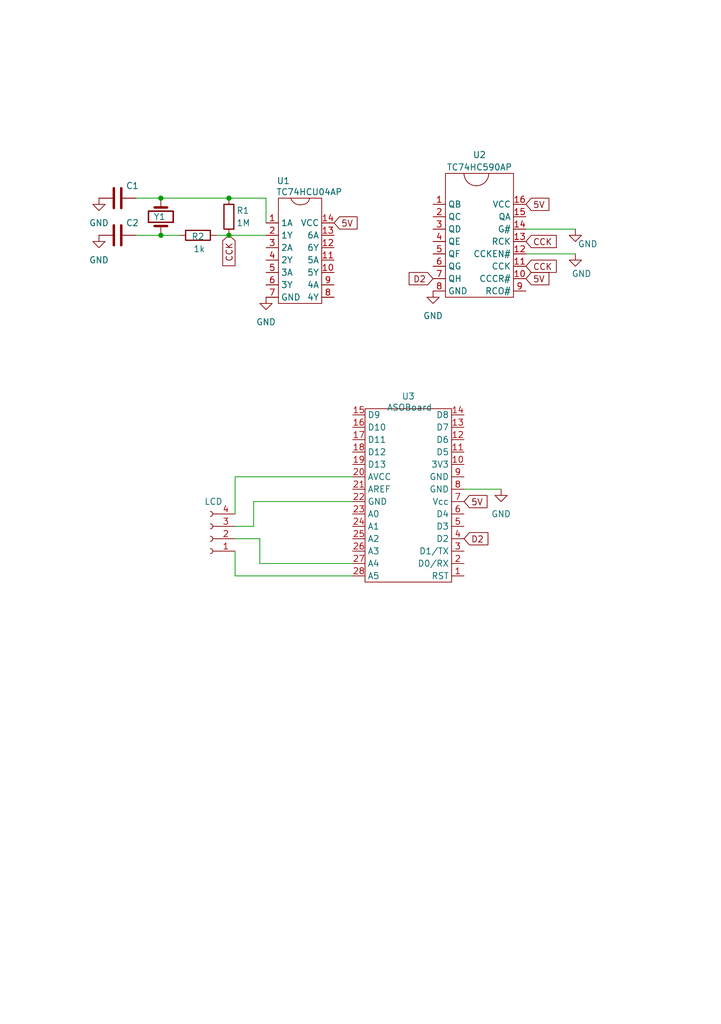
<source format=kicad_sch>
(kicad_sch (version 20231120) (generator "eeschema") (generator_version "8.0")
  (paper "A5" portrait)
  (lib_symbols
    (symbol "0Ore:ASOBoard"
      (property "Reference" "U1" (at 0 40.64 0))
      (symbol "ASOBoard_0_1"
        (rectangle (start -8.89 2.54) (end 8.89 38.1))
      )
      (symbol "ASOBoard_1_1"
        (pin input line (at 11.43 3.81 180) (length 2.54) (name "RST") (number "1"))
        (pin input line (at 11.43 26.67 180) (length 2.54) (name "3V3") (number "10"))
        (pin output line (at 11.43 29.21 180) (length 2.54) (name "D5") (number "11"))
        (pin output line (at 11.43 31.75 180) (length 2.54) (name "D6") (number "12"))
        (pin output line (at 11.43 34.29 180) (length 2.54) (name "D7") (number "13"))
        (pin output line (at 11.43 36.83 180) (length 2.54) (name "D8") (number "14"))
        (pin output line (at -11.43 36.83 0) (length 2.54) (name "D9") (number "15"))
        (pin output line (at -11.43 34.29 0) (length 2.54) (name "D10") (number "16"))
        (pin unspecified line (at -11.43 31.75 0) (length 2.54) (name "D11") (number "17"))
        (pin unspecified line (at -11.43 29.21 0) (length 2.54) (name "D12") (number "18"))
        (pin unspecified line (at -11.43 26.67 0) (length 2.54) (name "D13") (number "19"))
        (pin output line (at 11.43 6.35 180) (length 2.54) (name "D0/RX") (number "2"))
        (pin unspecified line (at -11.43 24.13 0) (length 2.54) (name "AVCC") (number "20"))
        (pin unspecified line (at -11.43 21.59 0) (length 2.54) (name "AREF") (number "21"))
        (pin unspecified line (at -11.43 19.05 0) (length 2.54) (name "GND") (number "22"))
        (pin unspecified line (at -11.43 16.51 0) (length 2.54) (name "A0") (number "23"))
        (pin unspecified line (at -11.43 13.97 0) (length 2.54) (name "A1") (number "24"))
        (pin unspecified line (at -11.43 11.43 0) (length 2.54) (name "A2") (number "25"))
        (pin unspecified line (at -11.43 8.89 0) (length 2.54) (name "A3") (number "26"))
        (pin unspecified line (at -11.43 6.35 0) (length 2.54) (name "A4") (number "27"))
        (pin unspecified line (at -11.43 3.81 0) (length 2.54) (name "A5") (number "28"))
        (pin output line (at 11.43 8.89 180) (length 2.54) (name "D1/TX") (number "3"))
        (pin output line (at 11.43 11.43 180) (length 2.54) (name "D2") (number "4"))
        (pin output line (at 11.43 13.97 180) (length 2.54) (name "D3") (number "5"))
        (pin output line (at 11.43 16.51 180) (length 2.54) (name "D4") (number "6"))
        (pin power_in line (at 11.43 19.05 180) (length 2.54) (name "Vcc") (number "7"))
        (pin power_out line (at 11.43 21.59 180) (length 2.54) (name "GND") (number "8"))
        (pin input line (at 11.43 24.13 180) (length 2.54) (name "GND") (number "9"))
      )
    )
    (symbol "0Ore:TC74HC590AP"
      (property "Reference" "U" (at -13.97 0 0))
      (symbol "TC74HC590AP_0_1"
        (rectangle (start -19.05 1.27) (end -5.08 26.67))
        (arc (start -15.24 26.67) (mid -14.4961 24.8739) (end -12.7 24.13))
        (arc (start -12.7 24.13) (mid -10.9039 24.8739) (end -10.16 26.67))
      )
      (symbol "TC74HC590AP_1_1"
        (pin output line (at -21.59 20.32 0) (length 2.54) (name "QB") (number "1"))
        (pin input line (at -2.54 5.08 180) (length 2.54) (name "CCCR#") (number "10"))
        (pin input line (at -2.54 7.62 180) (length 2.54) (name "CCK") (number "11"))
        (pin input line (at -2.54 10.16 180) (length 2.54) (name "CCKEN#") (number "12"))
        (pin input line (at -2.54 12.7 180) (length 2.54) (name "RCK") (number "13"))
        (pin input line (at -2.54 15.24 180) (length 2.54) (name "G#") (number "14"))
        (pin output line (at -2.54 17.78 180) (length 2.54) (name "QA") (number "15"))
        (pin power_in line (at -2.54 20.32 180) (length 2.54) (name "VCC") (number "16"))
        (pin output line (at -21.59 17.78 0) (length 2.54) (name "QC") (number "2"))
        (pin output line (at -21.59 15.24 0) (length 2.54) (name "QD") (number "3"))
        (pin output line (at -21.59 12.7 0) (length 2.54) (name "QE") (number "4"))
        (pin output line (at -21.59 10.16 0) (length 2.54) (name "QF") (number "5"))
        (pin output line (at -21.59 7.62 0) (length 2.54) (name "QG") (number "6"))
        (pin output line (at -21.59 5.08 0) (length 2.54) (name "QH") (number "7"))
        (pin power_out line (at -21.59 2.54 0) (length 2.54) (name "GND") (number "8"))
        (pin output line (at -2.54 2.54 180) (length 2.54) (name "RCO#") (number "9"))
      )
    )
    (symbol "0Ore:TC74HCU04AP"
      (property "Reference" "U" (at 0 0 0))
      (symbol "TC74HCU04AP_0_1"
        (rectangle (start -5.08 24.13) (end 3.81 2.54))
        (arc (start -2.54 24.13) (mid -1.533 22.9689) (end 0 22.86))
        (arc (start 0 22.86) (mid 0.898 23.232) (end 1.27 24.13))
      )
      (symbol "TC74HCU04AP_1_1"
        (pin input line (at -7.62 19.05 0) (length 2.54) (name "1A") (number "1"))
        (pin output line (at 6.35 8.89 180) (length 2.54) (name "5Y") (number "10"))
        (pin input line (at 6.35 11.43 180) (length 2.54) (name "5A") (number "11"))
        (pin output line (at 6.35 13.97 180) (length 2.54) (name "6Y") (number "12"))
        (pin input line (at 6.35 16.51 180) (length 2.54) (name "6A") (number "13"))
        (pin power_in line (at 6.35 19.05 180) (length 2.54) (name "VCC") (number "14"))
        (pin output line (at -7.62 16.51 0) (length 2.54) (name "1Y") (number "2"))
        (pin input line (at -7.62 13.97 0) (length 2.54) (name "2A") (number "3"))
        (pin output line (at -7.62 11.43 0) (length 2.54) (name "2Y") (number "4"))
        (pin input line (at -7.62 8.89 0) (length 2.54) (name "3A") (number "5"))
        (pin output line (at -7.62 6.35 0) (length 2.54) (name "3Y") (number "6"))
        (pin power_out line (at -7.62 3.81 0) (length 2.54) (name "GND") (number "7"))
        (pin output line (at 6.35 3.81 180) (length 2.54) (name "4Y") (number "8"))
        (pin input line (at 6.35 6.35 180) (length 2.54) (name "4A") (number "9"))
      )
    )
    (symbol "Connector:Conn_01x04_Socket" (pin_names (offset 1.016) hide)
      (property "Reference" "J" (at 0 5.08 0))
      (property "Value" "Conn_01x04_Socket" (at 0 -7.62 0))
      (symbol "Conn_01x04_Socket_1_1"
        (arc (start 0 -4.572) (mid -0.5058 -5.08) (end 0 -5.588) (stroke (width 0.1524)))
        (arc (start 0 -2.032) (mid -0.5058 -2.54) (end 0 -3.048) (stroke (width 0.1524)))
        (polyline (pts (xy -1.27 -5.08) (xy -0.508 -5.08)) (stroke (width 0.1524)))
        (polyline (pts (xy -1.27 -2.54) (xy -0.508 -2.54)) (stroke (width 0.1524)))
        (polyline (pts (xy -1.27 0) (xy -0.508 0)) (stroke (width 0.1524)))
        (polyline (pts (xy -1.27 2.54) (xy -0.508 2.54)) (stroke (width 0.1524)))
        (arc (start 0 0.508) (mid -0.5058 0) (end 0 -0.508) (stroke (width 0.1524)))
        (arc (start 0 3.048) (mid -0.5058 2.54) (end 0 2.032) (stroke (width 0.1524)))
        (pin passive line (at -5.08 2.54 0) (length 3.81) (name "Pin_1") (number "1"))
        (pin passive line (at -5.08 0 0) (length 3.81) (name "Pin_2") (number "2"))
        (pin passive line (at -5.08 -2.54 0) (length 3.81) (name "Pin_3") (number "3"))
        (pin passive line (at -5.08 -5.08 0) (length 3.81) (name "Pin_4") (number "4"))
      )
    )
    (symbol "Device:C" (pin_numbers hide) (pin_names (offset 0.254))
      (property "Reference" "C" (at 0.635 2.54 0))
      (property "Value" "C" (at 0.635 -2.54 0))
      (symbol "C_0_1"
        (polyline (pts (xy -2.032 -0.762) (xy 2.032 -0.762)) (stroke (width 0.508)))
        (polyline (pts (xy -2.032 0.762) (xy 2.032 0.762)) (stroke (width 0.508)))
      )
      (symbol "C_1_1"
        (pin passive line (at 0 3.81 270) (length 2.794) (name "~") (number "1"))
        (pin passive line (at 0 -3.81 90) (length 2.794) (name "~") (number "2"))
      )
    )
    (symbol "Device:Crystal" (pin_numbers hide) (pin_names (offset 1.016) hide)
      (property "Reference" "Y" (at 0 3.81 0))
      (property "Value" "Crystal" (at 0 -3.81 0))
      (symbol "Crystal_0_1"
        (rectangle (start -1.143 2.54) (end 1.143 -2.54) (stroke (width 0.3048)))
        (polyline (pts (xy -2.54 0) (xy -1.905 0)))
        (polyline (pts (xy -1.905 -1.27) (xy -1.905 1.27)) (stroke (width 0.508)))
        (polyline (pts (xy 1.905 -1.27) (xy 1.905 1.27)) (stroke (width 0.508)))
        (polyline (pts (xy 2.54 0) (xy 1.905 0)))
      )
      (symbol "Crystal_1_1"
        (pin passive line (at -3.81 0 0) (length 1.27) (name "1") (number "1"))
        (pin passive line (at 3.81 0 180) (length 1.27) (name "2") (number "2"))
      )
    )
    (symbol "Device:R" (pin_numbers hide) (pin_names (offset 0))
      (property "Reference" "R" (at 2.032 0 90))
      (property "Value" "R" (at 0 0 90))
      (symbol "R_0_1"
        (rectangle (start -1.016 -2.54) (end 1.016 2.54) (stroke (width 0.254)))
      )
      (symbol "R_1_1"
        (pin passive line (at 0 3.81 270) (length 1.27) (name "~") (number "1"))
        (pin passive line (at 0 -3.81 90) (length 1.27) (name "~") (number "2"))
      )
    )
    (symbol "power:GND" (power) (pin_numbers hide) (pin_names (offset 0) hide)
      (property "Value" "GND" (at 0 -3.81 0))
      (symbol "GND_0_1"
        (polyline (pts (xy 0 0) (xy 0 -1.27) (xy 1.27 -1.27) (xy 0 -2.54) (xy -1.27 -1.27) (xy 0 -1.27)))
      )
      (symbol "GND_1_1"
        (pin power_in line (at 0 0 270) (length 0) (name "~") (number "1"))
      )
    )
  )
  (junction (at 46.99 40.64))
  (junction (at 46.99 48.26))
  (junction (at 33.02 48.26))
  (junction (at 33.02 40.64))
  (wire (pts (xy 27.94 40.64) (xy 33.02 40.64)))
  (wire (pts (xy 72.39 118.11) (xy 48.26 118.11)))
  (wire (pts (xy 54.61 45.72) (xy 54.61 40.64)))
  (wire (pts (xy 44.45 48.26) (xy 46.99 48.26)))
  (wire (pts (xy 52.07 102.87) (xy 52.07 107.95)))
  (wire (pts (xy 46.99 40.64) (xy 54.61 40.64)))
  (wire (pts (xy 52.07 107.95) (xy 48.26 107.95)))
  (wire (pts (xy 107.95 46.99) (xy 118.11 46.99)))
  (wire (pts (xy 72.39 102.87) (xy 52.07 102.87)))
  (wire (pts (xy 72.39 115.57) (xy 53.34 115.57)))
  (wire (pts (xy 27.94 48.26) (xy 33.02 48.26)))
  (wire (pts (xy 53.34 115.57) (xy 53.34 110.49)))
  (wire (pts (xy 48.26 97.79) (xy 48.26 105.41)))
  (wire (pts (xy 107.95 52.07) (xy 118.11 52.07)))
  (wire (pts (xy 72.39 97.79) (xy 48.26 97.79)))
  (wire (pts (xy 33.02 48.26) (xy 36.83 48.26)))
  (wire (pts (xy 33.02 40.64) (xy 46.99 40.64)))
  (wire (pts (xy 53.34 110.49) (xy 48.26 110.49)))
  (wire (pts (xy 48.26 113.03) (xy 48.26 118.11)))
  (wire (pts (xy 46.99 48.26) (xy 54.61 48.26)))
  (wire (pts (xy 95.25 100.33) (xy 102.87 100.33)))
  (global_label "CCK" (shape input) (at 107.95 49.53 0) (property "Intersheetrefs" "${INTERSHEET_REFS}" (effects (hide yes))))
  (global_label "D2" (shape input) (at 95.25 110.49 0) (property "Intersheetrefs" "${INTERSHEET_REFS}" (effects (hide yes))))
  (global_label "D2" (shape input) (at 88.9 57.15 180) (property "Intersheetrefs" "${INTERSHEET_REFS}" (effects (hide yes))))
  (global_label "5V" (shape input) (at 107.95 57.15 0) (property "Intersheetrefs" "${INTERSHEET_REFS}" (effects (hide yes))))
  (global_label "5V" (shape input) (at 95.25 102.87 0) (property "Intersheetrefs" "${INTERSHEET_REFS}" (effects (hide yes))))
  (global_label "5V" (shape input) (at 107.95 41.91 0) (property "Intersheetrefs" "${INTERSHEET_REFS}" (effects (hide yes))))
  (global_label "CCK" (shape input) (at 46.99 48.26 270) (property "Intersheetrefs" "${INTERSHEET_REFS}" (effects (hide yes))))
  (global_label "5V" (shape input) (at 68.58 45.72 0) (property "Intersheetrefs" "${INTERSHEET_REFS}" (effects (hide yes))))
  (global_label "CCK" (shape input) (at 107.95 54.61 0) (property "Intersheetrefs" "${INTERSHEET_REFS}" (effects (hide yes))))
  (symbol (lib_id "0Ore:ASOBoard") (at 83.82 121.92 0) (unit 1)
    (property "Reference" "U3" (at 83.82 81.28 0))
    (property "Value" "ASOBoard" (at 84.074 83.566 0))
  )
  (symbol (lib_id "Device:C") (at 24.13 40.64 90) (unit 1)
    (property "Reference" "C1" (at 27.178 38.1 90))
    (property "Value" "C" (effects (hide yes)))
    (property "Description" "Unpolarized capacitor" (effects (hide yes)))
  )
  (symbol (lib_id "power:GND") (at 118.11 52.07 0) (unit 1)
    (property "Reference" "#PWR06" (effects (hide yes)))
    (property "Value" "GND" (at 119.38 56.134 0))
    (property "Description" "Power symbol creates a global label with name \"GND\" , ground" (effects (hide yes)))
  )
  (symbol (lib_id "power:GND") (at 20.32 48.26 0) (unit 1)
    (property "Reference" "#PWR02" (effects (hide yes)))
    (property "Value" "GND" (at 20.32 53.34 0))
    (property "Description" "Power symbol creates a global label with name \"GND\" , ground" (effects (hide yes)))
  )
  (symbol (lib_id "power:GND") (at 20.32 40.64 0) (unit 1)
    (property "Reference" "#PWR04" (effects (hide yes)))
    (property "Value" "GND" (at 20.32 45.72 0))
    (property "Description" "Power symbol creates a global label with name \"GND\" , ground" (effects (hide yes)))
  )
  (symbol (lib_id "0Ore:TC74HCU04AP") (at 62.23 64.77 0) (unit 1)
    (property "Reference" "U1" (at 58.166 37.084 0))
    (property "Value" "TC74HCU04AP" (at 63.5 39.37 0))
  )
  (symbol (lib_id "Device:C") (at 24.13 48.26 90) (unit 1)
    (property "Reference" "C2" (at 27.178 45.72 90))
    (property "Value" "C" (effects (hide yes)))
    (property "Description" "Unpolarized capacitor" (effects (hide yes)))
  )
  (symbol (lib_id "power:GND") (at 88.9 59.69 0) (unit 1)
    (property "Reference" "#PWR05" (effects (hide yes)))
    (property "Value" "GND" (at 88.9 64.77 0))
    (property "Description" "Power symbol creates a global label with name \"GND\" , ground" (effects (hide yes)))
  )
  (symbol (lib_id "power:GND") (at 54.61 60.96 0) (unit 1)
    (property "Reference" "#PWR03" (effects (hide yes)))
    (property "Value" "GND" (at 54.61 66.04 0))
    (property "Description" "Power symbol creates a global label with name \"GND\" , ground" (effects (hide yes)))
  )
  (symbol (lib_id "0Ore:TC74HC590AP") (at 110.49 62.23 0) (unit 1)
    (property "Reference" "U2" (at 98.425 31.75 0))
    (property "Value" "TC74HC590AP" (at 98.425 34.29 0))
  )
  (symbol (lib_id "Device:Crystal") (at 33.02 44.45 90) (unit 1)
    (property "Reference" "Y1" (at 31.496 44.45 90) (effects (justify right)))
    (property "Value" "Crystal" (effects (hide yes)))
    (property "Description" "Two pin crystal" (effects (hide yes)))
  )
  (symbol (lib_id "Device:R") (at 46.99 44.45 0) (unit 1)
    (property "Reference" "R1" (at 48.514 43.18 0) (effects (justify left)))
    (property "Value" "1M" (at 48.514 45.72 0) (effects (justify left)))
    (property "Description" "Resistor" (effects (hide yes)))
  )
  (symbol (lib_id "power:GND") (at 118.11 46.99 0) (unit 1)
    (property "Reference" "#PWR07" (effects (hide yes)))
    (property "Value" "GND" (at 120.65 50.038 0))
    (property "Description" "Power symbol creates a global label with name \"GND\" , ground" (effects (hide yes)))
  )
  (symbol (lib_id "Device:R") (at 40.64 48.26 90) (unit 1)
    (property "Reference" "R2" (at 40.64 48.514 90))
    (property "Value" "1k" (at 40.894 51.054 90))
    (property "Description" "Resistor" (effects (hide yes)))
  )
  (symbol (lib_id "power:GND") (at 102.87 100.33 0) (unit 1)
    (property "Reference" "#PWR01" (effects (hide yes)))
    (property "Value" "GND" (at 102.87 105.41 0))
    (property "Description" "Power symbol creates a global label with name \"GND\" , ground" (effects (hide yes)))
  )
  (symbol (lib_id "Connector:Conn_01x04_Socket") (at 43.18 110.49 180) (unit 1)
    (property "Reference" "J1" (effects (hide yes)))
    (property "Value" "LCD" (at 43.815 102.87 0))
    (property "Description" "Generic connector, single row, 01x04, script generated" (effects (hide yes)))
  )
)
</source>
